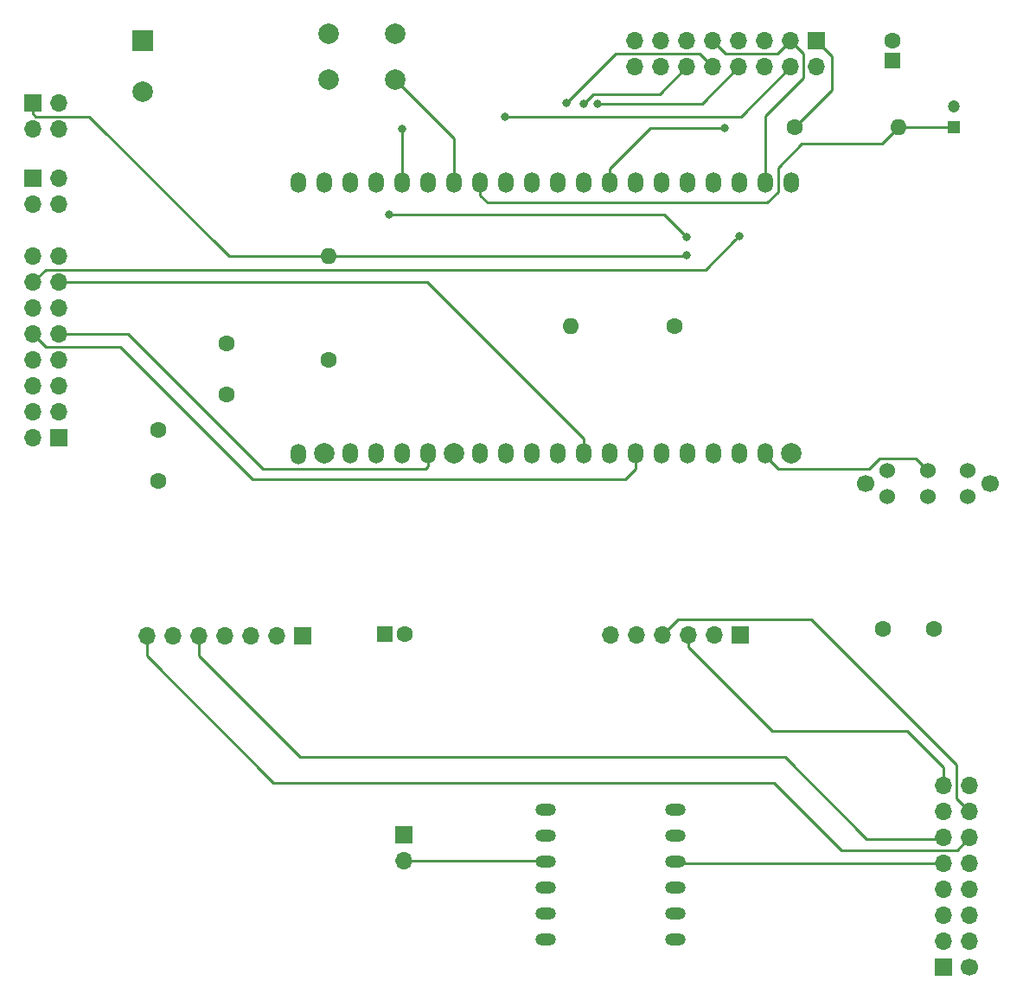
<source format=gbr>
G04 #@! TF.GenerationSoftware,KiCad,Pcbnew,(5.1.5)-3*
G04 #@! TF.CreationDate,2020-05-02T21:00:28-04:00*
G04 #@! TF.ProjectId,CombinedPnl_pcb-r2,436f6d62-696e-4656-9450-6e6c5f706362,rev?*
G04 #@! TF.SameCoordinates,Original*
G04 #@! TF.FileFunction,Copper,L1,Top*
G04 #@! TF.FilePolarity,Positive*
%FSLAX46Y46*%
G04 Gerber Fmt 4.6, Leading zero omitted, Abs format (unit mm)*
G04 Created by KiCad (PCBNEW (5.1.5)-3) date 2020-05-02 21:00:28*
%MOMM*%
%LPD*%
G04 APERTURE LIST*
%ADD10O,1.700000X1.700000*%
%ADD11R,1.700000X1.700000*%
%ADD12O,1.500000X2.000000*%
%ADD13C,2.000000*%
%ADD14C,1.524000*%
%ADD15C,1.700000*%
%ADD16C,1.600000*%
%ADD17O,1.600000X1.600000*%
%ADD18R,2.000000X2.000000*%
%ADD19C,1.200000*%
%ADD20R,1.200000X1.200000*%
%ADD21R,1.600000X1.600000*%
%ADD22O,2.000000X1.200000*%
%ADD23C,0.800000*%
%ADD24C,0.250000*%
G04 APERTURE END LIST*
D10*
X109220000Y-101139001D03*
X111760000Y-101139001D03*
X114300000Y-101139001D03*
X116840000Y-101139001D03*
X119380000Y-101139001D03*
X121920000Y-101139001D03*
D11*
X124460000Y-101139001D03*
D10*
X154559000Y-101092000D03*
X157099000Y-101092000D03*
X159639000Y-101092000D03*
X162179000Y-101092000D03*
X164719000Y-101092000D03*
D11*
X167259000Y-101092000D03*
D10*
X98044000Y-64008000D03*
X100584000Y-64008000D03*
X98044000Y-66548000D03*
X100584000Y-66548000D03*
X98044000Y-69088000D03*
X100584000Y-69088000D03*
X98044000Y-71628000D03*
X100584000Y-71628000D03*
X98044000Y-74168000D03*
X100584000Y-74168000D03*
X98044000Y-76708000D03*
X100584000Y-76708000D03*
X98044000Y-79248000D03*
X100584000Y-79248000D03*
X98044000Y-81788000D03*
D11*
X100584000Y-81788000D03*
D12*
X124020000Y-56770000D03*
X124020000Y-83320000D03*
X172280000Y-56770000D03*
D13*
X172280000Y-83306000D03*
D12*
X169740000Y-56770000D03*
X169740000Y-83306000D03*
X167200000Y-56770000D03*
X167200000Y-83306000D03*
X164660000Y-56770000D03*
X164660000Y-83306000D03*
X162120000Y-56770000D03*
X162120000Y-83306000D03*
X159580000Y-56770000D03*
X159580000Y-83306000D03*
X157040000Y-56770000D03*
X157040000Y-83306000D03*
X154500000Y-56770000D03*
X154500000Y-83306000D03*
X151960000Y-56770000D03*
X151960000Y-83306000D03*
X149420000Y-56770000D03*
X149420000Y-83306000D03*
X146880000Y-56770000D03*
X146880000Y-83306000D03*
X144340000Y-56770000D03*
X144340000Y-83306000D03*
X141800000Y-56770000D03*
X141800000Y-83306000D03*
X139260000Y-56770000D03*
D13*
X139260000Y-83306000D03*
D12*
X136720000Y-56770000D03*
X136720000Y-83306000D03*
X134180000Y-56770000D03*
X134180000Y-83306000D03*
X131640000Y-56770000D03*
X131640000Y-83306000D03*
X129100000Y-56770000D03*
X129100000Y-83306000D03*
X126560000Y-56770000D03*
D13*
X126560000Y-83306000D03*
D14*
X181710000Y-87480000D03*
X185616000Y-87480000D03*
X189522000Y-87480000D03*
X181710000Y-84940000D03*
X189522000Y-84940000D03*
X185616000Y-84940000D03*
D15*
X179520000Y-86210000D03*
X191712000Y-86210000D03*
D13*
X133500000Y-46736000D03*
X133500000Y-42236000D03*
X127000000Y-46736000D03*
X127000000Y-42236000D03*
D16*
X127000000Y-74168000D03*
D17*
X127000000Y-64008000D03*
D10*
X100584000Y-51562000D03*
X98044000Y-51562000D03*
X100584000Y-49022000D03*
D11*
X98044000Y-49022000D03*
D13*
X108800000Y-47900000D03*
D18*
X108800000Y-42900000D03*
D11*
X174752000Y-42926000D03*
D10*
X174752000Y-45466000D03*
X172212000Y-42926000D03*
X172212000Y-45466000D03*
X169672000Y-42926000D03*
X169672000Y-45466000D03*
X167132000Y-42926000D03*
X167132000Y-45466000D03*
X164592000Y-42926000D03*
X164592000Y-45466000D03*
X162052000Y-42926000D03*
X162052000Y-45466000D03*
X159512000Y-42926000D03*
X159512000Y-45466000D03*
X156972000Y-42926000D03*
X156972000Y-45466000D03*
D11*
X98044000Y-56388000D03*
D10*
X100584000Y-56388000D03*
X98044000Y-58928000D03*
X100584000Y-58928000D03*
D17*
X182810000Y-51350000D03*
D16*
X172650000Y-51350000D03*
D19*
X188200000Y-49350000D03*
D20*
X188200000Y-51350000D03*
D17*
X150690000Y-70800000D03*
D16*
X160850000Y-70800000D03*
X182150000Y-42850000D03*
D21*
X182150000Y-44850000D03*
D10*
X134366000Y-123190000D03*
D11*
X134366000Y-120650000D03*
D15*
X189738000Y-133604000D03*
D11*
X187198000Y-133604000D03*
D10*
X189738000Y-131064000D03*
X187198000Y-131064000D03*
X189738000Y-128524000D03*
X187198000Y-128524000D03*
X189738000Y-125984000D03*
X187198000Y-125984000D03*
X189738000Y-123444000D03*
X187198000Y-123444000D03*
X189738000Y-120904000D03*
X187198000Y-120904000D03*
X189738000Y-118364000D03*
X187198000Y-118364000D03*
X189738000Y-115824000D03*
X187198000Y-115824000D03*
D22*
X148270000Y-130830000D03*
X160970000Y-130830000D03*
X148270000Y-128290000D03*
X160970000Y-128290000D03*
X148270000Y-125750000D03*
X160970000Y-125750000D03*
X148270000Y-123210000D03*
X160970000Y-123210000D03*
X148270000Y-120670000D03*
X160970000Y-120670000D03*
X148270000Y-118130000D03*
X160970000Y-118130000D03*
D16*
X134461000Y-100965000D03*
D21*
X132461000Y-100965000D03*
D16*
X110300000Y-85950000D03*
X110300000Y-80950000D03*
X117000000Y-77550000D03*
X117000000Y-72550000D03*
X181250000Y-100500000D03*
X186250000Y-100500000D03*
D23*
X167200000Y-62000006D03*
X134188000Y-51562000D03*
X162000000Y-63900000D03*
X132900000Y-59900000D03*
X162050000Y-62100000D03*
X165750000Y-51400000D03*
X144250000Y-50350000D03*
X153350000Y-49050000D03*
X150300000Y-49000004D03*
X151950008Y-49050000D03*
D24*
X181160000Y-53000000D02*
X182810000Y-51350000D01*
X141800000Y-58020000D02*
X142530000Y-58750000D01*
X171000000Y-57670273D02*
X171000000Y-55300000D01*
X141800000Y-56770000D02*
X141800000Y-58020000D01*
X171000000Y-55300000D02*
X173300000Y-53000000D01*
X169920273Y-58750000D02*
X171000000Y-57670273D01*
X173300000Y-53000000D02*
X181160000Y-53000000D01*
X142530000Y-58750000D02*
X169920273Y-58750000D01*
X183941370Y-51350000D02*
X188200000Y-51350000D01*
X182810000Y-51350000D02*
X183941370Y-51350000D01*
X163900006Y-65300000D02*
X166800001Y-62400005D01*
X99292000Y-65300000D02*
X163900006Y-65300000D01*
X166800001Y-62400005D02*
X167200000Y-62000006D01*
X98044000Y-66548000D02*
X99292000Y-65300000D01*
X151960000Y-81866000D02*
X151960000Y-83306000D01*
X100584000Y-66548000D02*
X136642000Y-66548000D01*
X136642000Y-66548000D02*
X151960000Y-81866000D01*
X99316000Y-72900000D02*
X106550000Y-72900000D01*
X98044000Y-71628000D02*
X99316000Y-72900000D01*
X106550000Y-72900000D02*
X119502000Y-85852000D01*
X119502000Y-85852000D02*
X155998000Y-85852000D01*
X157040000Y-84810000D02*
X157040000Y-83306000D01*
X155998000Y-85852000D02*
X157040000Y-84810000D01*
X136720000Y-84556000D02*
X136720000Y-83306000D01*
X136440000Y-84836000D02*
X136720000Y-84556000D01*
X120536000Y-84836000D02*
X136440000Y-84836000D01*
X100584000Y-71628000D02*
X107328000Y-71628000D01*
X107328000Y-71628000D02*
X120536000Y-84836000D01*
X166624000Y-42926000D02*
X167724000Y-42926000D01*
X134188000Y-56762000D02*
X134180000Y-56770000D01*
X134188000Y-51562000D02*
X134188000Y-56762000D01*
X98044000Y-49022000D02*
X98728000Y-49022000D01*
X127000000Y-64008000D02*
X161892000Y-64008000D01*
X161892000Y-64008000D02*
X162000000Y-63900000D01*
X98300000Y-50300000D02*
X98044000Y-50044000D01*
X127000000Y-64008000D02*
X117208000Y-64008000D01*
X98044000Y-50044000D02*
X98044000Y-49022000D01*
X103500000Y-50300000D02*
X98300000Y-50300000D01*
X117208000Y-64008000D02*
X103500000Y-50300000D01*
X132900000Y-59900000D02*
X159850000Y-59900000D01*
X161650001Y-61700001D02*
X162050000Y-62100000D01*
X159850000Y-59900000D02*
X161650001Y-61700001D01*
X173449999Y-50550001D02*
X172650000Y-51350000D01*
X176250000Y-47750000D02*
X173449999Y-50550001D01*
X176250000Y-44400000D02*
X176250000Y-47750000D01*
X174752000Y-42926000D02*
X174776000Y-42926000D01*
X174776000Y-42926000D02*
X176250000Y-44400000D01*
X158510000Y-51400000D02*
X165750000Y-51400000D01*
X154500000Y-56770000D02*
X154500000Y-55410000D01*
X154500000Y-55410000D02*
X158510000Y-51400000D01*
X169740000Y-50260000D02*
X169740000Y-56770000D01*
X173450000Y-46550000D02*
X169740000Y-50260000D01*
X172212000Y-42926000D02*
X173450000Y-44164000D01*
X173450000Y-44164000D02*
X173450000Y-46550000D01*
X165866000Y-44200000D02*
X164592000Y-42926000D01*
X172212000Y-42926000D02*
X170938000Y-44200000D01*
X170938000Y-44200000D02*
X165866000Y-44200000D01*
X167328000Y-50350000D02*
X172212000Y-45466000D01*
X144250000Y-50350000D02*
X167328000Y-50350000D01*
X153915685Y-49050000D02*
X153350000Y-49050000D01*
X167132000Y-45466000D02*
X163548000Y-49050000D01*
X163548000Y-49050000D02*
X153915685Y-49050000D01*
X164592000Y-45466000D02*
X163326000Y-44200000D01*
X163326000Y-44200000D02*
X155100004Y-44200000D01*
X150699999Y-48600005D02*
X150300000Y-49000004D01*
X155100004Y-44200000D02*
X150699999Y-48600005D01*
X184854001Y-84178001D02*
X185616000Y-84940000D01*
X184476000Y-83800000D02*
X184854001Y-84178001D01*
X169740000Y-83556000D02*
X171020000Y-84836000D01*
X169740000Y-83306000D02*
X169740000Y-83556000D01*
X171020000Y-84836000D02*
X179864000Y-84836000D01*
X179864000Y-84836000D02*
X180900000Y-83800000D01*
X180900000Y-83800000D02*
X184476000Y-83800000D01*
X162052000Y-45466000D02*
X159368000Y-48150000D01*
X152350007Y-48650001D02*
X151950008Y-49050000D01*
X159368000Y-48150000D02*
X152850008Y-48150000D01*
X152850008Y-48150000D02*
X152350007Y-48650001D01*
X139260000Y-52496000D02*
X139260000Y-56770000D01*
X133500000Y-46736000D02*
X139260000Y-52496000D01*
X148336000Y-123190000D02*
X134366000Y-123190000D01*
X186944000Y-123190000D02*
X187198000Y-123444000D01*
X161204000Y-123444000D02*
X160970000Y-123210000D01*
X187198000Y-123444000D02*
X161204000Y-123444000D01*
X188542000Y-122100000D02*
X177200000Y-122100000D01*
X189738000Y-120904000D02*
X188542000Y-122100000D01*
X170600000Y-115500000D02*
X121596000Y-115500000D01*
X109220000Y-103124000D02*
X109220000Y-101139001D01*
X177200000Y-122100000D02*
X170600000Y-115500000D01*
X121596000Y-115500000D02*
X109220000Y-103124000D01*
X114300000Y-103124000D02*
X114300000Y-101139001D01*
X124206000Y-113030000D02*
X114300000Y-103124000D01*
X187102000Y-121000000D02*
X179674000Y-121000000D01*
X187198000Y-120904000D02*
X187102000Y-121000000D01*
X179674000Y-121000000D02*
X171704000Y-113030000D01*
X171704000Y-113030000D02*
X124206000Y-113030000D01*
X160488999Y-100242001D02*
X159639000Y-101092000D01*
X188450000Y-117076000D02*
X188450000Y-113774000D01*
X189738000Y-118364000D02*
X188450000Y-117076000D01*
X188450000Y-113774000D02*
X174244000Y-99568000D01*
X161163000Y-99568000D02*
X160488999Y-100242001D01*
X174244000Y-99568000D02*
X161163000Y-99568000D01*
X170434000Y-110490000D02*
X162179000Y-102235000D01*
X183642000Y-110490000D02*
X170434000Y-110490000D01*
X187198000Y-115824000D02*
X187198000Y-114046000D01*
X162179000Y-102235000D02*
X162179000Y-101092000D01*
X187198000Y-114046000D02*
X183642000Y-110490000D01*
M02*

</source>
